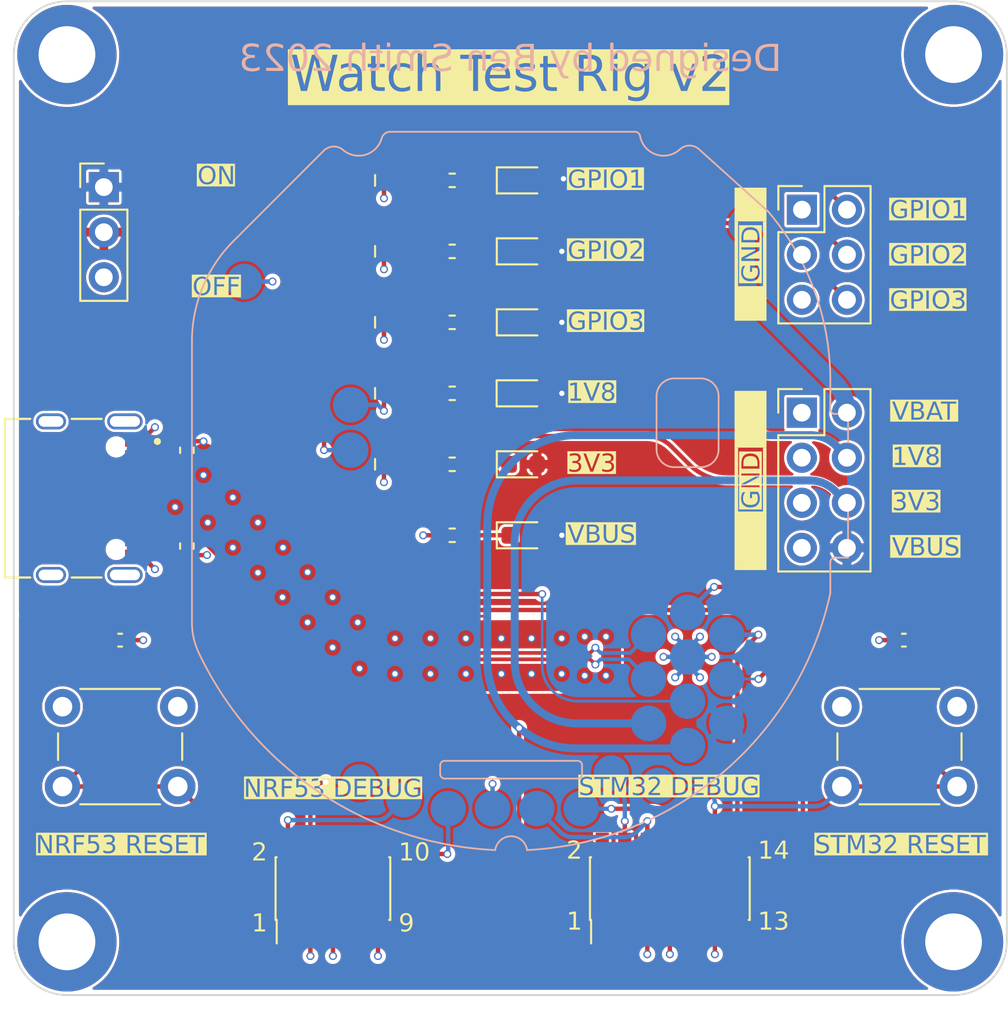
<source format=kicad_pcb>
(kicad_pcb (version 20221018) (generator pcbnew)
  (layers (0 "F.Cu" signal) (1 "In1.Cu" signal) (2 "In2.Cu" signal) (31 "B.Cu" signal) (34 "B.Paste" user) (35 "F.Paste" user) (36 "B.SilkS" user "B.Silkscreen") (37 "F.SilkS" user "F.Silkscreen") (38 "B.Mask" user) (39 "F.Mask" user) (44 "Edge.Cuts" user))
  (net 0 "")
  (net 1 "/STM32_SWDIO")
  (net 2 "/STM32_SWCLK")
  (net 3 "/STM32_SWO")
  (net 5 "/STM32_VCP_TX")
  (net 6 "+1V8")
  (net 7 "/STM32_VCP_RX")
  (net 9 "GND")
  (net 12 "/STM32_RST")
  (net 13 "/NRF_SWDIO")
  (net 14 "/NRF_SWCLK")
  (net 18 "/NRF_RST")
  (net 19 "+3V3")
  (net 20 "+VBAT")
  (net 21 "VBUS")
  (net 22 "/LED_3V3_K")
  (net 23 "/LED_1V8_K")
  (net 24 "/LED_VBUS_K")
  (net 25 "/LED_3V3_D")
  (net 26 "/LED_1V8_D")
  (net 27 "/GPIO1_K")
  (net 28 "/USB_DN")
  (net 29 "/USB_DP")
  (net 30 "/CC1")
  (net 31 "/CC2")
  (net 32 "/VIN")
  (net 33 "/GPIO1")
  (net 34 "/GPIO2")
  (net 36 "/GPIO2_D")
  (net 37 "/GPIO1_D")
  (net 44 "/GPIO3")
  (net 45 "/GPIO3_D")
  (net 46 "/GPIO2_K")
  (net 47 "/GPIO3_K")
  (footprint "Diode_SMD:D_0603_1608Metric" (layer "F.Cu") (at 155.7275 81.09)
    (fp_text reference "D104" hide)
    (fp_text value "GREEN" hide)
  )
  (footprint "Button_Switch_THT:SW_PUSH_6mm_H5mm" (layer "F.Cu") (at 180.2 111.25 180)
    (fp_text reference "SW102" hide)
    (fp_text value "PSH_BTN")
  )
  (footprint "Capacitor_SMD:C_0402_1005Metric" (layer "F.Cu") (at 177.2 103)
    (fp_text reference "C101" hide)
    (fp_text value "100n")
  )
  (footprint "Resistor_SMD:R_0402_1005Metric" (layer "F.Cu") (at 151.7275 77.09 180)
    (fp_text reference "R104" hide)
    (fp_text value "2k2" hide)
  )
  (footprint "MountingHole:MountingHole_3.2mm_M3_DIN965_Pad_TopBottom" (layer "F.Cu") (at 180 120)
    (fp_text reference "H108" hide)
    (fp_text value "M3")
  )
  (footprint "Diode_SMD:D_0603_1608Metric" (layer "F.Cu") (at 155.7275 77.09)
    (fp_text reference "D102" hide)
    (fp_text value "GREEN" hide)
  )
  (footprint "Connector_PinHeader_2.54mm:PinHeader_1x03_P2.54mm_Vertical" (layer "F.Cu") (at 132.08 77.47)
    (fp_text reference "SW101" hide)
    (fp_text value "SW_SPDT")
  )
  (footprint "watch_footprints:DMN21D2UFB7B" (layer "F.Cu") (at 148.2275 77.09 180)
    (fp_text reference "Q102" hide)
    (fp_text value "DMN21D2UFB-7B" hide)
  )
  (footprint "watch_footprints:DMN21D2UFB7B" (layer "F.Cu") (at 148.2275 81.09 180)
    (fp_text reference "Q104" hide)
    (fp_text value "DMN21D2UFB-7B" hide)
  )
  (footprint "Button_Switch_THT:SW_PUSH_6mm_H5mm" (layer "F.Cu") (at 136.25 111.25 180)
    (fp_text reference "SW103" hide)
    (fp_text value "PSH_BTN")
  )
  (footprint "MountingHole:MountingHole_3.2mm_M3_DIN965_Pad_TopBottom" (layer "F.Cu") (at 180 70)
    (fp_text reference "H106" hide)
    (fp_text value "M3")
  )
  (footprint "Diode_SMD:D_0603_1608Metric" (layer "F.Cu") (at 155.7175 89.09)
    (fp_text reference "D103" hide)
    (fp_text value "GREEN" hide)
  )
  (footprint "Capacitor_SMD:C_0402_1005Metric" (layer "F.Cu") (at 133 103 180)
    (fp_text reference "C102" hide)
    (fp_text value "100n")
  )
  (footprint "Resistor_SMD:R_0402_1005Metric" (layer "F.Cu") (at 151.7275 85.09 180)
    (fp_text reference "R108" hide)
    (fp_text value "2k2")
  )
  (footprint "Resistor_SMD:R_0402_1005Metric" (layer "F.Cu") (at 136.7625 97.7 -90)
    (fp_text reference "R102" hide)
    (fp_text value "5k1" hide)
  )
  (footprint "watch_footprints:STDC14" (layer "F.Cu") (at 164 117 90)
    (fp_text reference "J101" hide)
    (fp_text value "STDC14" hide)
  )
  (footprint "Resistor_SMD:R_0402_1005Metric" (layer "F.Cu") (at 151.7275 97.09 180)
    (fp_text reference "R107" hide)
    (fp_text value "2k2")
  )
  (footprint "Diode_SMD:D_0603_1608Metric" (layer "F.Cu") (at 155.7275 93.09)
    (fp_text reference "D101" hide)
    (fp_text value "GREEN" hide)
  )
  (footprint "Connector_PinHeader_2.54mm:PinHeader_2x03_P2.54mm_Vertical" (layer "F.Cu") (at 171.45 78.74)
    (fp_text reference "J106" hide)
    (fp_text value "Conn_02x03_Odd_Even")
  )
  (footprint "watch_footprints:MIPI10" (layer "F.Cu") (at 145 117 90)
    (fp_text reference "J102" hide)
    (fp_text value "MIPI10" hide)
  )
  (footprint "MountingHole:MountingHole_3.2mm_M3_DIN965_Pad_TopBottom" (layer "F.Cu") (at 130 120)
    (fp_text reference "H107" hide)
    (fp_text value "M3")
  )
  (footprint "Resistor_SMD:R_0402_1005Metric" (layer "F.Cu") (at 151.7275 89.09 180)
    (fp_text reference "R105" hide)
    (fp_text value "2k2" hide)
  )
  (footprint "Resistor_SMD:R_0402_1005Metric" (layer "F.Cu") (at 151.7275 81.09 180)
    (fp_text reference "R106" hide)
    (fp_text value "2k2")
  )
  (footprint "Resistor_SMD:R_0402_1005Metric" (layer "F.Cu") (at 136.7625 92.3 90)
    (fp_text reference "R101" hide)
    (fp_text value "5k1" hide)
  )
  (footprint "watch_footprints:DMN21D2UFB7B" (layer "F.Cu") (at 148.2275 89.09 180)
    (fp_text reference "Q103" hide)
    (fp_text value "DMN21D2UFB-7B" hide)
  )
  (footprint "watch_footprints:Watch Outline V2 SS Inverted" (layer "F.Cu") (at 155 95)
    (fp_text reference "U101" hide)
    (fp_text value "Watch_Outline_V2_SS_Inverted")
  )
  (footprint "Diode_SMD:D_0603_1608Metric" (layer "F.Cu") (at 155.7275 97.09)
    (fp_text reference "D105" hide)
    (fp_text value "GREEN" hide)
  )
  (footprint "Diode_SMD:D_0603_1608Metric" (layer "F.Cu") (at 155.7275 85.09)
    (fp_text reference "D106" hide)
    (fp_text value "GREEN")
  )
  (footprint "MountingHole:MountingHole_3.2mm_M3_DIN965_Pad_TopBottom" (layer "F.Cu") (at 130 70)
    (fp_text reference "H105" hide)
    (fp_text value "M3")
  )
  (footprint "watch_footprints:TYPE-C-31-M-12" (layer "F.Cu") (at 129.1 95 -90)
    (fp_text reference "J103" hide)
    (fp_text value "TYPE-C-31-M-12" hide)
  )
  (footprint "Connector_PinHeader_2.54mm:PinHeader_2x04_P2.54mm_Vertical" (layer "F.Cu") (at 171.445 90.18)
    (fp_text reference "J104" hide)
    (fp_text value "Conn_02x04_Odd_Even")
  )
  (footprint "Resistor_SMD:R_0402_1005Metric" (layer "F.Cu") (at 151.7275 93.09 180)
    (fp_text reference "R103" hide)
    (fp_text value "2k2" hide)
  )
  (footprint "watch_footprints:DMN21D2UFB7B" (layer "F.Cu") (at 148.2275 85.09 180)
    (fp_text reference "Q105" hide)
    (fp_text value "DMN21D2UFB-7B" hide)
  )
  (footprint "watch_footprints:DMN21D2UFB7B" (layer "F.Cu") (at 148.2275 93.09 180)
    (fp_text reference "Q101" hide)
    (fp_text value "DMN21D2UFB-7B" hide)
  )
  (footprint "watch_footprints:Pogo_Pin_8mm_SMD" (layer "B.Cu") (at 167.201035 107.689603 180)
    (fp_text reference "PP116" hide)
    (fp_text value "8mm")
  )
  (footprint "watch_footprints:Pogo_Pin_8mm_SMD" (layer "B.Cu") (at 149.001035 111.989603 180)
    (fp_text reference "PP107" hide)
    (fp_text value "8mm")
  )
  (footprint "watch_footprints:Pogo_Pin_8mm_SMD" (layer "B.Cu") (at 162.801035 105.189603 180)
    (fp_text reference "PP111" hide)
    (fp_text value "8mm")
  )
  (footprint "watch_footprints:Pogo_Pin_8mm_SMD" (layer "B.Cu") (at 162.801035 102.689603 180)
    (fp_text reference "PP110" hide)
    (fp_text value "8mm")
  )
  (footprint "watch_footprints:Pogo_Pin_8mm_SMD" (layer "B.Cu") (at 146.001035 89.739603 180)
    (fp_text reference "PP121" hide)
    (fp_text value "8mm")
  )
  (footprint "watch_footprints:Pogo_Pin_8mm_SMD" (layer "B.Cu") (at 162.801035 107.689603 180)
    (fp_text reference "PP112" hide)
    (fp_text value "8mm")
  )
  (footprint "watch_footprints:Pogo_Pin_8mm_SMD" (layer "B.Cu") (at 165.001035 108.939603 180)
    (fp_text reference "PP114" hide)
    (fp_text value "8mm")
  )
  (footprint "watch_footprints:Pogo_Pin_8mm_SMD" (layer "B.Cu") (at 140.001035 82.789603 180)
    (fp_text reference "PP119" hide)
    (fp_text value "8mm")
  )
  (footprint "watch_footprints:Pogo_Pin_8mm_SMD" (layer "B.Cu") (at 146.501035 110.989603 180)
    (fp_text reference "PP108" hide)
    (fp_text value "8mm")
  )
  (footprint "watch_footprints:Pogo_Pin_8mm_SMD" (layer "B.Cu") (at 165.001035 103.939603 180)
    (fp_text reference "PP120" hide)
    (fp_text value "8mm")
  )
  (footprint "watch_footprints:Pogo_Pin_8mm_SMD" (layer "B.Cu") (at 167.201035 105.189603 180)
    (fp_text reference "PP113" hide)
    (fp_text value "8mm")
  )
  (footprint "watch_footprints:Pogo_Pin_8mm_SMD" (layer "B.Cu") (at 154.001035 112.489603 180)
    (fp_text reference "PP118" hide)
    (fp_text value "8mm")
  )
  (footprint "watch_footprints:Pogo_Pin_8mm_SMD" (layer "B.Cu") (at 165.001035 101.439603 180)
    (fp_text reference "PP105" hide)
    (fp_text value "8mm")
  )
  (footprint "watch_footprints:Pogo_Pin_8mm_SMD" (layer "B.Cu") (at 160.701035 110.489603 180)
    (fp_text reference "PP101" hide)
    (fp_text value "8mm")
  )
  (footprint "watch_footprints:Pogo_Pin_8mm_SMD" (layer "B.Cu") (at 165.001035 106.439603 180)
    (fp_text reference "PP115" hide)
    (fp_text value "8mm")
  )
  (footprint "watch_footprints:Pogo_Pin_8mm_SMD" (layer "B.Cu") (at 156.501035 112.489603 180)
    (fp_text reference "PP102" hide)
    (fp_text value "8mm")
  )
  (footprint "watch_footprints:Pogo_Pin_8mm_SMD" (layer "B.Cu") (at 167.201035 102.689603 180)
    (fp_text reference "PP106" hide)
    (fp_text value "8mm")
  )
  (footprint "watch_footprints:Pogo_Pin_8mm_SMD" (layer "B.Cu") (at 146.001035 92.289603 180)
    (fp_text reference "PP122" hide)
    (fp_text value "8mm")
  )
  (footprint "watch_footprints:Pogo_Pin_8mm_SMD" (layer "B.Cu") (at 163.351035 111.189603 180)
    (fp_text reference "PP104" hide)
    (fp_text value "8mm")
  )
  (footprint "watch_footprints:Pogo_Pin_8mm_SMD" (layer "B.Cu") (at 168.301035 79.589603 180)
    (fp_text reference "PP117" hide)
    (fp_text value "8mm")
  )
  (footprint "watch_footprints:Pogo_Pin_8mm_SMD" (layer "B.Cu") (at 159.001035 112.489603 180)
    (fp_text reference "PP103" hide)
    (fp_text value "8mm")
  )
  (footprint "watch_footprints:Pogo_Pin_8mm_SMD" (layer "B.Cu") (at 151.501035 112.489603 180)
    (fp_text reference "PP109" hide)
    (fp_text value "8mm")
  )
  (gr_rect locked (start 167.65 79.4) (end 167.85 83.1) (fill solid) (layer "F.SilkS"))
  (gr_rect locked (start 167.65 77.5) (end 169.45 79.4) (fill solid) (layer "F.SilkS"))
  (gr_rect locked (start 167.65 88.95) (end 169.45 92.15) (fill solid) (layer "F.SilkS"))
  (gr_rect locked (start 169.25 79.4) (end 169.45 83.1) (fill solid) (layer "F.SilkS"))
  (gr_rect locked (start 167.65 95.75) (end 169.45 99.05) (fill solid) (layer "F.SilkS"))
  (gr_rect locked (start 169.25 92.15) (end 169.45 95.85) (fill solid) (layer "F.SilkS"))
  (gr_rect locked (start 167.65 83.05) (end 169.45 85) (fill solid) (layer "F.SilkS"))
  (gr_rect locked (start 167.65 92.15) (end 167.85 95.85) (fill solid) (layer "F.SilkS"))
  (gr_line locked (start 180 123) (end 130 123) (stroke (width 0.1)) (layer "Edge.Cuts"))
  (gr_arc locked (start 130 123) (mid 127.87868 122.12132) (end 127 120) (stroke (width 0.1)) (layer "Edge.Cuts"))
  (gr_line locked (start 130 67) (end 180 67) (stroke (width 0.1)) (layer "Edge.Cuts"))
  (gr_arc locked (start 127 70) (mid 127.87868 67.87868) (end 130 67) (stroke (width 0.1)) (layer "Edge.Cuts"))
  (gr_line locked (start 127 120) (end 127 70) (stroke (width 0.1)) (layer "Edge.Cuts"))
  (gr_arc locked (start 183 120) (mid 182.12132 122.12132) (end 180 123) (stroke (width 0.1)) (layer "Edge.Cuts"))
  (gr_line locked (start 183 70) (end 183 120) (stroke (width 0.1)) (layer "Edge.Cuts"))
  (gr_arc locked (start 180 67) (mid 182.12132 67.87868) (end 183 70) (stroke (width 0.1)) (layer "Edge.Cuts"))
  (gr_text locked "Designed by Ben Smith 2023" (at 155 70.3) (layer "B.SilkS") (effects (font (size 1.5 1.5)) (justify mirror)))
  (gr_text locked "1V8" (at 176.525 92.71) (layer "F.SilkS" knockout) (effects (font (size 1 1)) (justify left)))
  (gr_text locked "VBUS" (at 158.2275 97.09) (layer "F.SilkS" knockout) (effects (font (size 1 1)) (justify left)))
  (gr_text locked "2" (at 159.06 114.9) (layer "F.SilkS") (effects (font (size 1 1)) (justify right)))
  (gr_text locked "NRF53 DEBUG" (at 145 112) (layer "F.SilkS" knockout) (effects (font (size 1 1)) (justify bottom)))
  (gr_text locked "VBUS" (at 176.525 97.81) (layer "F.SilkS" knockout) (effects (font (size 1 1)) (justify left)))
  (gr_text locked "GPIO2" (at 158.2275 81.09) (layer "F.SilkS" knockout) (effects (font (size 1 1)) (justify left)))
  (gr_text locked "ON" (at 138.43 77.47) (layer "F.SilkS" knockout) (effects (font (size 1 1)) (justify bottom)))
  (gr_text locked "STM32 DEBUG" (at 163.96 111.9) (layer "F.SilkS" knockout) (effects (font (size 1 1)) (justify bottom)))
  (gr_text locked "OFF" (at 138.43 82.55) (layer "F.SilkS" knockout) (effects (font (size 1 1)) (justify top)))
  (gr_text locked "Watch Test Rig v2" (at 155 72.39) (layer "F.SilkS" knockout) (effects (font (size 2 2)) (justify bottom)))
  (gr_text locked "GPIO3" (at 176.4 83.9) (layer "F.SilkS" knockout) (effects (font (size 1 1)) (justify left)))
  (gr_text locked "10" (at 148.7 115) (layer "F.SilkS") (effects (font (size 1 1)) (justify left)))
  (gr_text locked "NRF53 RESET" (at 133 114) (layer "F.SilkS" knockout) (effects (font (size 1 1)) (justify top)))
  (gr_text locked "3V3" (at 176.525 95.26) (layer "F.SilkS" knockout) (effects (font (size 1 1)) (justify left)))
  (gr_text locked "STM32 RESET" (at 177 114) (layer "F.SilkS" knockout) (effects (font (size 1 1)) (justify top)))
  (gr_text locked "GPIO2" (at 176.4 81.35) (layer "F.SilkS" knockout) (effects (font (size 1 1)) (justify left)))
  (gr_text locked "13" (at 168.96 118.9) (layer "F.SilkS") (effects (font (size 1 1)) (justify left)))
  (gr_text locked "1" (at 159.06 118.9) (layer "F.SilkS") (effects (font (size 1 1)) (justify right)))
  (gr_text locked "1" (at 141.3 119) (layer "F.SilkS") (effects (font (size 1 1)) (justify right)))
  (gr_text locked "9" (at 148.7 119) (layer "F.SilkS") (effects (font (size 1 1)) (justify left)))
  (gr_text locked "GPIO1" (at 176.4 78.8) (layer "F.SilkS" knockout) (effects (font (size 1 1)) (justify left)))
  (gr_text locked "1V8" (at 158.2275 89.09) (layer "F.SilkS" knockout) (effects (font (size 1 1)) (justify left)))
  (gr_text locked "GND" (at 169.225 81.25 90) (layer "F.SilkS" knockout) (effects (font (size 1 1)) (justify bottom)))
  (gr_text locked "14" (at 168.96 114.9) (layer "F.SilkS") (effects (font (size 1 1)) (justify left)))
  (gr_text locked "3V3" (at 158.2275 93.09) (layer "F.SilkS" knockout) (effects (font (size 1 1)) (justify left)))
  (gr_text locked "VBAT" (at 176.525 90.16) (layer "F.SilkS" knockout) (effects (font (size 1 1)) (justify left)))
  (gr_text locked "GPIO1" (at 158.2275 77.09) (layer "F.SilkS" knockout) (effects (font (size 1 1)) (justify left)))
  (gr_text locked "GPIO3" (at 158.2275 85.09) (layer "F.SilkS" knockout) (effects (font (size 1 1)) (justify left)))
  (gr_text locked "GND" (at 169.225 94 90) (layer "F.SilkS" knockout) (effects (font (size 1 1)) (justify bottom)))
  (gr_text locked "2" (at 141.3 115) (layer "F.SilkS") (effects (font (size 1 1)) (justify right)))
  (segment locked (start 161.46 113.2) (end 161.46 115.05) (width 0.25) (layer "F.Cu") (net 1))
  (via locked (at 161.46 113.2) (size 0.45) (drill 0.3) (layers "F.Cu" "B.Cu") (net 1))
  (segment locked (start 161.46 113.2) (end 161.46 112.174214) (width 0.25) (layer "B.Cu") (net 1))
  (segment locked (start 161.167107 111.467107) (end 160.701035 111.001035) (width 0.25) (layer "B.Cu") (net 1))
  (segment locked (start 160.701035 111.001035) (end 160.701035 110.489603) (width 0.25) (layer "B.Cu") (net 1))
  (arc locked (start 161.167107 111.467107) (mid 161.38388 111.79153) (end 161.46 112.174214) (width 0.25) (layer "B.Cu") (net 1))
  (segment locked (start 162.73 113.2) (end 162.73 115.05) (width 0.25) (layer "F.Cu") (net 2))
  (via locked (at 162.73 113.2) (size 0.45) (drill 0.3) (layers "F.Cu" "B.Cu") (net 2))
  (segment locked (start 158.525646 114.1) (end 161.415786 114.1) (width 0.25) (layer "B.Cu") (net 2))
  (segment locked (start 156.501035 112.489603) (end 157.818539 113.807107) (width 0.25) (layer "B.Cu") (net 2))
  (segment locked (start 162.122893 113.807107) (end 162.73 113.2) (width 0.25) (layer "B.Cu") (net 2))
  (arc locked (start 161.415786 114.1) (mid 161.798469 114.02388) (end 162.122893 113.807107) (width 0.25) (layer "B.Cu") (net 2))
  (arc locked (start 158.525646 114.1) (mid 158.142963 114.02388) (end 157.818539 113.807107) (width 0.25) (layer "B.Cu") (net 2))
  (segment locked (start 164 113.5) (end 164 115.05) (width 0.25) (layer "F.Cu") (net 3))
  (segment locked (start 160.7 112.5) (end 163 112.5) (width 0.25) (layer "F.Cu") (net 3))
  (via locked (at 160.7 112.5) (size 0.45) (drill 0.3) (layers "F.Cu" "B.Cu") (net 3))
  (arc locked (start 164 113.5) (mid 163.707107 112.792893) (end 163 112.5) (width 0.25) (layer "F.Cu") (net 3))
  (segment locked (start 160.7 112.5) (end 159.011432 112.5) (width 0.25) (layer "B.Cu") (net 3))
  (segment locked (start 159.011432 112.5) (end 159.001035 112.489603) (width 0.25) (layer "B.Cu") (net 3))
  (segment locked (start 168.989603 102.689603) (end 168.102893 103.576313) (width 0.25) (layer "F.Cu") (net 5))
  (segment locked (start 167.81 104.28342) (end 167.81 115.05) (width 0.25) (layer "F.Cu") (net 5))
  (via locked (at 168.989603 102.689603) (size 0.45) (drill 0.3) (layers "F.Cu" "B.Cu") (net 5))
  (arc locked (start 167.81 104.28342) (mid 167.88612 103.900737) (end 168.102893 103.576313) (width 0.25) (layer "F.Cu") (net 5))
  (segment locked (start 168.989603 102.689603) (end 167.201035 102.689603) (width 0.25) (layer "B.Cu") (net 5))
  (segment locked (start 148.8775 87.5) (end 162.514719 87.5) (width 0.25) (layer "F.Cu") (net 6))
  (segment locked (start 161.46 118.95) (end 161.46 120.9) (width 0.25) (layer "F.Cu") (net 6))
  (segment locked (start 173.350787 92.085787) (end 173.985 92.72) (width 0.25) (layer "F.Cu") (net 6))
  (segment locked (start 160.46 121.9) (end 156.5 121.9) (width 0.25) (layer "F.Cu") (net 6))
  (segment locked (start 155.5 120.9) (end 155.5 120) (width 0.25) (layer "F.Cu") (net 6))
  (segment locked (start 166.75736 89.25736) (end 168.414214 90.914214) (width 0.25) (layer "F.Cu") (net 6))
  (segment locked (start 154.5 121.9) (end 143.46 121.9) (width 0.25) (layer "F.Cu") (net 6))
  (segment locked (start 147.8775 88.865) (end 147.8775 88.5) (width 0.25) (layer "F.Cu") (net 6))
  (segment locked (start 169.828427 91.5) (end 171.936573 91.5) (width 0.25) (layer "F.Cu") (net 6))
  (segment locked (start 142.46 120.9) (end 142.46 118.95) (width 0.25) (layer "F.Cu") (net 6))
  (segment locked (start 155.5 107.95) (end 155.5 120.9) (width 0.25) (layer "F.Cu") (net 6))
  (via locked (at 155.5 107.95) (size 0.45) (drill 0.3) (layers "F.Cu" "B.Cu") (net 6))
  (arc locked (start 155.5 120.9) (mid 155.207107 121.607107) (end 154.5 121.9) (width 0.25) (layer "F.Cu") (net 6))
  (arc locked (start 143.46 121.9) (mid 142.752893 121.607107) (end 142.46 120.9) (width 0.25) (layer "F.Cu") (net 6))
  (arc locked (start 171.936573 91.5) (mid 172.70194 91.652241) (end 173.350787 92.085787) (width 0.25) (layer "F.Cu") (net 6))
  (arc locked (start 147.8775 88.5) (mid 148.170393 87.792893) (end 148.8775 87.5) (width 0.25) (layer "F.Cu") (net 6))
  (arc locked (start 169.828427 91.5) (mid 169.06306 91.347759) (end 168.414214 90.914214) (width 0.25) (layer "F.Cu") (net 6))
  (arc locked (start 156.5 121.9) (mid 155.792893 121.607107) (end 155.5 120.9) (width 0.25) (layer "F.Cu") (net 6))
  (arc locked (start 162.514719 87.5) (mid 164.81082 87.956723) (end 166.75736 89.25736) (width 0.25) (layer "F.Cu") (net 6))
  (arc locked (start 161.46 120.9) (mid 161.167107 121.607107) (end 160.46 121.9) (width 0.25) (layer "F.Cu") (net 6))
  (segment locked (start 153.7 96.463427) (end 153.713427 96.45) (width 0.45) (layer "B.Cu") (net 6))
  (segment locked (start 153.7 104.1) (end 153.7 96.463427) (width 0.45) (layer "B.Cu") (net 6))
  (segment locked (start 173.364214 92.035787) (end 173.998427 92.67) (width 0.45) (layer "B.Cu") (net 6))
  (segment locked (start 165.001035 108.939603) (end 164.840638 109.1) (width 0.45) (layer "B.Cu") (net 6))
  (segment locked (start 164.840638 109.1) (end 158.7 109.1) (width 0.45) (layer "B.Cu") (net 6))
  (segment locked (start 158.713427 91.45) (end 171.95 91.45) (width 0.45) (layer "B.Cu") (net 6))
  (arc locked (start 158.713427 91.45) (mid 155.177893 92.914466) (end 153.713427 96.45) (width 0.45) (layer "B.Cu") (net 6))
  (arc locked (start 158.7 109.1) (mid 155.164466 107.635534) (end 153.7 104.1) (width 0.45) (layer "B.Cu") (net 6))
  (arc locked (start 171.95 91.45) (mid 172.715367 91.602241) (end 173.364214 92.035787) (width 0.45) (layer "B.Cu") (net 6))
  (segment locked (start 171.5 102.096708) (end 171.5 116.45) (width 0.25) (layer "F.Cu") (net 7))
  (segment locked (start 166.5 100) (end 169.403292 100) (width 0.25) (layer "F.Cu") (net 7))
  (segment locked (start 169 118.95) (end 167.81 118.95) (width 0.25) (layer "F.Cu") (net 7))
  (via locked (at 166.5 100) (size 0.45) (drill 0.3) (layers "F.Cu" "B.Cu") (net 7))
  (arc locked (start 171.5 102.096708) (mid 170.885888 100.614112) (end 169.403292 100) (width 0.25) (layer "F.Cu") (net 7))
  (arc locked (start 171.5 116.45) (mid 170.767767 118.217767) (end 169 118.95) (width 0.25) (layer "F.Cu") (net 7))
  (segment locked (start 166.440638 100) (end 165.001035 101.439603) (width 0.25) (layer "B.Cu") (net 7))
  (segment locked (start 166.5 100) (end 166.440638 100) (width 0.25) (layer "B.Cu") (net 7))
  (segment locked (start 166.54 120.7) (end 166.54 118.95) (width 0.25) (layer "F.Cu") (net 9))
  (segment locked (start 147.8775 90.0775) (end 147.8775 89.315) (width 0.25) (layer "F.Cu") (net 9))
  (segment locked (start 143.73 118.95) (end 145 118.95) (width 0.25) (layer "F.Cu") (net 9))
  (segment locked (start 137.89 98.21) (end 137.9 98.2) (width 0.25) (layer "F.Cu") (net 9))
  (segment locked (start 147.8775 86.0775) (end 147.8775 85.315) (width 0.25) (layer "F.Cu") (net 9))
  (segment locked (start 164 118.95) (end 164 120.7) (width 0.25) (layer "F.Cu") (net 9))
  (segment locked (start 136.7625 91.79) (end 137.69 91.79) (width 0.25) (layer "F.Cu") (net 9))
  (segment locked (start 147.54 120.8) (end 147.54 118.95) (width 0.25) (layer "F.Cu") (net 9))
  (segment locked (start 147.8775 82.1) (end 147.8775 81.315) (width 0.25) (layer "F.Cu") (net 9))
  (segment locked (start 136.7625 98.21) (end 137.89 98.21) (width 0.25) (layer "F.Cu") (net 9))
  (segment locked (start 176.72 103) (end 175.8 103) (width 0.25) (layer "F.Cu") (net 9))
  (segment locked (start 147.8775 78.1) (end 147.8775 77.315) (width 0.25) (layer "F.Cu") (net 9))
  (segment locked (start 162.73 120.7) (end 162.73 118.95) (width 0.25) (layer "F.Cu") (net 9))
  (segment locked (start 145 120.8) (end 145 118.95) (width 0.25) (layer "F.Cu") (net 9))
  (segment locked (start 134.9625 99) (end 134.1625 98.2) (width 0.25) (layer "F.Cu") (net 9))
  (segment locked (start 147.8775 94.1) (end 147.8775 93.315) (width 0.25) (layer "F.Cu") (net 9))
  (segment locked (start 150.09 97.09) (end 151.2175 97.09) (width 0.25) (layer "F.Cu") (net 9))
  (segment locked (start 134.1625 98.2) (end 133.85 98.2) (width 0.25) (layer "F.Cu") (net 9))
  (segment locked (start 133.48 103) (end 134.3 103) (width 0.25) (layer "F.Cu") (net 9))
  (segment locked (start 137.69 91.79) (end 137.7 91.8) (width 0.25) (layer "F.Cu") (net 9))
  (segment locked (start 143.73 120.8) (end 143.73 118.95) (width 0.25) (layer "F.Cu") (net 9))
  (segment locked (start 164 118.95) (end 162.73 118.95) (width 0.25) (layer "F.Cu") (net 9))
  (segment locked (start 134.1625 91.8) (end 133.85 91.8) (width 0.25) (layer "F.Cu") (net 9))
  (segment locked (start 134.9625 91) (end 134.1625 91.8) (width 0.25) (layer "F.Cu") (net 9))
  (via locked (at 136.1 95.5) (size 0.45) (drill 0.3) (layers "F.Cu" "B.Cu") (net 9))
  (via locked (at 152.5 104.9) (size 0.45) (drill 0.3) (layers "F.Cu" "B.Cu") (net 9))
  (via locked (at 147.8775 86.0775) (size 0.45) (drill 0.3) (layers "F.Cu" "B.Cu") (net 9))
  (via locked (at 144.985787 103.414213) (size 0.45) (drill 0.3) (layers "F.Cu" "B.Cu") (net 9))
  (via locked (at 159.2 102.8) (size 0.45) (drill 0.3) (layers "F.Cu" "B.Cu") (net 9))
  (via locked (at 147.54 120.8) (size 0.45) (drill 0.3) (layers "F.Cu" "B.Cu") (net 9))
  (via locked (at 139.35736 94.957359) (size 0.45) (drill 0.3) (layers "F.Cu" "B.Cu") (net 9))
  (via locked (at 142.15736 100.585786) (size 0.45) (drill 0.3) (layers "F.Cu" "B.Cu") (net 9))
  (via locked (at 139.35736 97.785786) (size 0.45) (drill 0.3) (layers "F.Cu" "B.Cu") (net 9))
  (via locked (at 147.8775 94.1) (size 0.45) (drill 0.3) (layers "F.Cu" "B.Cu") (net 9))
  (via locked (at 137.9 98.2) (size 0.45) (drill 0.3) (layers "F.Cu" "B.Cu") (net 9))
  (via locked (at 148.5 104.9) (size 0.45) (drill 0.3) (layers "F.Cu" "B.Cu") (net 9))
  (via locked (at 140.771574 99.199999) (size 0.45) (drill 0.3) (layers "F.Cu" "B.Cu") (net 9))
  (via locked (at 143.571573 99.171573) (size 0.45) (drill 0.3) (layers "F.Cu" "B.Cu") (net 9))
  (via locked (at 165.7 102.8) (size 0.45) (drill 0.3) (layers "F.Cu" "B.Cu") (net 9))
  (via locked (at 156.2 102.9) (size 0.45) (drill 0.3) (layers "F.Cu" "B.Cu") (net 9))
  (via locked (at 137.7 93.7) (size 0.45) (drill 0.3) (layers "F.Cu" "B.Cu") (net 9))
  (via locked (at 142.185787 97.785786) (size 0.45) (drill 0.3) (layers "F.Cu" "B.Cu") (net 9))
  (via locked (at 144.985787 100.585786) (size 0.45) (drill 0.3) (layers "F.Cu" "B.Cu") (net 9))
  (via locked (at 160.4 102.8) (size 0.45) (drill 0.3) (layers "F.Cu" "B.Cu") (net 9))
  (via locked (at 156.2 104.9) (size 0.45) (drill 0.3) (layers "F.Cu" "B.Cu") (net 9))
  (via locked (at 157.9 104.9) (size 0.45) (drill 0.3) (layers "F.Cu" "B.Cu") (net 9))
  (via locked (at 146.4 102) (size 0.45) (drill 0.3) (layers "F.Cu" "B.Cu") (net 9))
  (via locked (at 147.8775 90.0775) (size 0.45) (drill 0.3) (layers "F.Cu" "B.Cu") (net 9))
  (via locked (at 134.9625 91) (size 0.45) (drill 0.3) (layers "F.Cu" "B.Cu") (net 9))
  (via locked (at 146.5 104.6) (size 0.45) (drill 0.3) (layers "F.Cu" "B.Cu") (net 9))
  (via locked (at 140.771574 96.371572) (size 0.45) (drill 0.3) (layers "F.Cu" "B.Cu") (net 9))
  (via locked (at 154.001035 111.1) (size 0.45) (drill 0.3) (layers "F.Cu" "B.Cu") (net 9))
  (via locked (at 164.3 102.8) (size 0.45) (drill 0.3) (layers "F.Cu" "B.Cu") (net 9))
  (via locked (at 163.639603 103.939603) (size 0.45) (drill 0.3) (layers "F.Cu" "B.Cu") (net 9))
  (via locked (at 147.8775 78.1) (size 0.45) (drill 0.3) (layers "F.Cu" "B.Cu") (net 9))
  (via locked (at 134.3 103) (size 0.45) (drill 0.3) (layers "F.Cu" "B.Cu") (net 9))
  (via locked (at 160.4 105) (size 0.45) (drill 0.3) (layers "F.Cu" "B.Cu") (net 9))
  (via locked (at 141.589603 82.789603) (size 0.45) (drill 0.3) (layers "F.Cu" "B.Cu") (net 9))
  (via locked (at 148.5 102.9) (size 0.45) (drill 0.3) (layers "F.Cu" "B.Cu") (net 9))
  (via locked (at 145 120.8) (size 0.45) (drill 0.3) (layers "F.Cu" "B.Cu") (net 9))
  (via locked (at 152.5 102.9) (size 0.45) (drill 0.3) (layers "F.Cu" "B.Cu") (net 9))
  (via locked (at 143.73 120.8) (size 0.45) (drill 0.3) (layers "F.Cu" "B.Cu") (net 9))
  (via locked (at 154.5 104.9) (size 0.45) (drill 0.3) (layers "F.Cu" "B.Cu") (net 9))
  (via locked (at 159.2 105) (size 0.45) (drill 0.3) (layers "F.Cu" "B.Cu") (net 9))
  (via locked (at 147.8775 82.1) (size 0.45) (drill 0.3) (layers "F.Cu" "B.Cu") (net 9))
  (via locked (at 134.9625 99) (size 0.45) (drill 0.3) (layers "F.Cu" "B.Cu") (net 9))
  (via locked (at 162.73 120.7) (size 0.45) (drill 0.3) (layers "F.Cu" "B.Cu") (net 9))
  (via locked (at 137.7 91.8) (size 0.45) (drill 0.3) (layers "F.Cu" "B.Cu") (net 9))
  (via locked (at 137.943147 96.371572) (size 0.45) (drill 0.3) (layers "F.Cu" "B.Cu") (net 9))
  (via locked (at 150.5 104.9) (size 0.45) (drill 0.3) (layers "F.Cu" "B.Cu") (net 9))
  (via locked (at 166.360397 103.939603) (size 0.45) (drill 0.3) (layers "F.Cu" "B.Cu") (net 9))
  (via locked (at 165.7 105.1) (size 0.45) (drill 0.3) (layers "F.Cu" "B.Cu") (net 9))
  (via locked (at 150.09 97.09) (size 0.45) (drill 0.3) (layers "F.Cu" "B.Cu") (net 9))
  (via locked (at 164 120.7) (size 0.45) (drill 0.3) (layers "F.Cu" "B.Cu") (net 9))
  (via locked (at 166.54 120.7) (size 0.45) (drill 0.3) (layers "F.Cu" "B.Cu") (net 9))
  (via locked (at 157.9 102.9) (size 0.45) (drill 0.3) (layers "F.Cu" "B.Cu") (net 9))
  (via locked (at 154.5 102.9) (size 0.45) (drill 0.3) (layers "F.Cu" "B.Cu") (net 9))
  (via locked (at 164.3 105.1) (size 0.45) (drill 0.3) (layers "F.Cu" "B.Cu") (net 9))
  (via locked (at 175.8 103) (size 0.45) (drill 0.3) (layers "F.Cu" "B.Cu") (net 9))
  (via locked (at 150.5 102.9) (size 0.45) (drill 0.3) (layers "F.Cu" "B.Cu") (net 9))
  (via locked (at 143.571573 102) (size 0.45) (drill 0.3) (layers "F.Cu" "B.Cu") (net 9))
  (segment locked (start 165.7 105.1) (end 165.001035 104.401035) (width 0.25) (layer "B.Cu") (net 9))
  (segment locked (start 165.7 102.8) (end 165.001035 103.498965) (width 0.25) (layer "B.Cu") (net 9))
  (segment locked (start 164.3 105.1) (end 165.001035 104.398965) (width 0.25) (layer "B.Cu") (net 9))
  (segment locked (start 166.360397 103.939603) (end 165.001035 103.939603) (width 0.25) (layer "B.Cu") (net 9))
  (segment locked (start 165.001035 104.401035) (end 165.001035 103.939603) (width 0.25) (layer "B.Cu") (net 9))
  (segment locked (start 165.001035 104.398965) (end 165.001035 103.939603) (width 0.25) (layer "B.Cu") (net 9))
  (segment locked (start 154.001035 111.1) (end 154.001035 112.489603) (width 0.25) (layer "B.Cu") (net 9))
  (segment locked (start 165.001035 103.498965) (end 165.001035 103.939603) (width 0.25) (layer "B.Cu") (net 9))
  (segment locked (start 141.589603 82.789603) (end 140.001035 82.789603) (width 0.25) (layer "B.Cu") (net 9))
  (segment locked (start 164.3 102.8) (end 165.001035 103.501035) (width 0.25) (layer "B.Cu") (net 9))
  (segment locked (start 165.001035 103.501035) (end 165.001035 103.939603) (width 0.25) (layer "B.Cu") (net 9))
  (segment locked (start 146.001035 89.739603) (end 147.539603 89.739603) (width 0.25) (layer "B.Cu") (net 9))
  (segment locked (start 147.539603 89.739603) (end 147.8775 90.0775) (width 0.25) (layer "B.Cu") (net 9))
  (segment locked (start 163.639603 103.939603) (end 165.001035 103.939603) (width 0.25) (layer "B.Cu") (net 9))
  (segment locked (start 166.54 112.36) (end 166.54 115.05) (width 0.25) (layer "F.Cu") (net 12))
  (segment locked (start 177.972893 109.022893) (end 180.2 111.25) (width 0.25) (layer "F.Cu") (net 12))
  (segment locked (start 180.2 111.25) (end 173.7 111.25) (width 0.25) (layer "F.Cu") (net 12))
  (segment locked (start 177.68 103) (end 177.68 108.315786) (width 0.25) (layer "F.Cu") (net 12))
  (via locked (at 166.54 112.36) (size 0.45) (drill 0.3) (layers "F.Cu" "B.Cu") (net 12))
  (arc locked (start 177.68 108.315786) (mid 177.75612 108.698469) (end 177.972893 109.022893) (width 0.25) (layer "F.Cu") (net 12))
  (segment locked (start 173.7 111.25) (end 172.882893 112.067107) (width 0.25) (layer "B.Cu") (net 12))
  (segment locked (start 166.54 112.36) (end 166.54 112.189603) (width 0.25) (layer "B.Cu") (net 12))
  (segment locked (start 172.175786 112.36) (end 166.54 112.36) (width 0.25) (layer "B.Cu") (net 12))
  (segment locked (start 165.54 111.189603) (end 163.351035 111.189603) (width 0.25) (layer "B.Cu") (net 12))
  (arc locked (start 172.882893 112.067107) (mid 172.55847 112.28388) (end 172.175786 112.36) (width 0.25) (layer "B.Cu") (net 12))
  (arc locked (start 166.54 112.189603) (mid 166.247107 111.482496) (end 165.54 111.189603) (width 0.25) (layer "B.Cu") (net 12))
  (segment locked (start 142.46 113.14) (end 142.46 115.05) (width 0.25) (layer "F.Cu") (net 13))
  (via locked (at 142.46 113.14) (size 0.45) (drill 0.3) (layers "F.Cu" "B.Cu") (net 13))
  (segment locked (start 142.46 113.14) (end 147.436424 113.14) (width 0.25) (layer "B.Cu") (net 13))
  (segment locked (start 148.143531 112.847107) (end 149.001035 111.989603) (width 0.25) (layer "B.Cu") (net 13))
  (arc locked (start 147.436424 113.14) (mid 147.819107 113.06388) (end 148.143531 112.847107) (width 0.25) (layer "B.Cu") (net 13))
  (segment locked (start 143.73 115.05) (end 143.73 111.869991) (width 0.25) (layer "F.Cu") (net 14))
  (via locked (at 144.6 111) (size 0.45) (drill 0.3) (layers "F.Cu" "B.Cu") (net 14))
  (arc locked (start 143.73 111.869991) (mid 143.984814 111.254814) (end 144.6 111) (width 0.25) (layer "F.Cu") (net 14))
  (segment locked (start 144.6 111) (end 146.490638 111) (width 0.25) (layer "B.Cu") (net 14))
  (segment locked (start 146.490638 111) (end 146.501035 110.989603) (width 0.25) (layer "B.Cu") (net 14))
  (segment locked (start 132.52 103) (end 132.52 108.065786) (width 0.25) (layer "F.Cu") (net 18))
  (segment locked (start 151.451035 115.05) (end 147.54 115.05) (width 0.25) (layer "F.Cu") (net 18))
  (segment locked (start 146.54 117) (end 142.414214 117) (width 0.25) (layer "F.Cu") (net 18))
  (segment locked (start 136.25 111.25) (end 129.75 111.25) (width 0.25) (layer "F.Cu") (net 18))
  (segment locked (start 141.707107 116.707107) (end 136.25 111.25) (width 0.25) (layer "F.Cu") (net 18))
  (segment locked (start 132.227107 108.772893) (end 129.75 111.25) (width 0.25) (layer "F.Cu") (net 18))
  (segment locked (start 147.54 115.05) (end 147.54 116) (width 0.25) (layer "F.Cu") (net 18))
  (via locked (at 151.451035 115.05) (size 0.45) (drill 0.3) (layers "F.Cu" "B.Cu") (net 18))
  (arc locked (start 147.54 116) (mid 147.247107 116.707107) (end 146.54 117) (width 0.25) (layer "F.Cu") (net 18))
  (arc locked (start 142.414214 117) (mid 142.031531 116.92388) (end 141.707107 116.707107) (width 0.25) (layer "F.Cu") (net 18))
  (arc locked (start 132.227107 108.772893) (mid 132.44388 108.44847) (end 132.52 108.065786) (width 0.25) (layer "F.Cu") (net 18))
  (segment locked (start 151.451035 115.05) (end 151.501035 115) (width 0.25) (layer "B.Cu") (net 18))
  (segment locked (start 151.501035 115) (end 151.501035 112.489603) (width 0.25) (layer "B.Cu") (net 18))
  (segment locked (start 147.8775 92.865) (end 147.8775 92.5) (width 0.25) (layer "F.Cu") (net 19))
  (segment locked (start 148.8775 91.5) (end 162.671573 91.5) (width 0.25) (layer "F.Cu") (net 19))
  (segment locked (start 173.310787 94.585787) (end 173.985 95.26) (width 0.25) (layer "F.Cu") (net 19))
  (segment locked (start 164.085787 92.085787) (end 165.086452 93.086452) (width 0.25) (layer "F.Cu") (net 19))
  (segment locked (start 167.291953 94) (end 171.896573 94) (width 0.25) (layer "F.Cu") (net 19))
  (arc locked (start 147.8775 92.5) (mid 148.170393 91.792893) (end 148.8775 91.5) (width 0.25) (layer "F.Cu") (net 19))
  (arc locked (start 171.896573 94) (mid 172.66194 94.152241) (end 173.310787 94.585787) (width 0.25) (layer "F.Cu") (net 19))
  (arc locked (start 167.291953 94) (mid 166.098345 93.762577) (end 165.086452 93.086452) (width 0.25) (layer "F.Cu") (net 19))
  (arc locked (start 162.671573 91.5) (mid 163.43694 91.652241) (end 164.085787 92.085787) (width 0.25) (layer "F.Cu") (net 19))
  (segment locked (start 173.310787 94.585787) (end 173.985 95.26) (width 0.45) (layer "B.Cu") (net 19))
  (segment locked (start 158.75 94) (end 171.896573 94) (width 0.45) (layer "B.Cu") (net 19))
  (segment locked (start 162.801035 107.689603) (end 158.75 107.689603) (width 0.45) (layer "B.Cu") (net 19))
  (segment locked (start 155.25 104.189603) (end 155.25 97.5) (width 0.45) (layer "B.Cu") (net 19))
  (arc locked (start 155.25 104.189603) (mid 156.275126 106.664477) (end 158.75 107.689603) (width 0.45) (layer "B.Cu") (net 19))
  (arc locked (start 173.310787 94.585787) (mid 172.66194 94.152241) (end 171.896573 94) (width 0.45) (layer "B.Cu") (net 19))
  (arc locked (start 155.25 97.5) (mid 156.275126 95.025126) (end 158.75 94) (width 0.45) (layer "B.Cu") (net 19))
  (segment locked (start 168.301035 79.589603) (end 168.301035 82.258394) (width 1) (layer "B.Cu") (net 20))
  (segment locked (start 169.179715 84.379715) (end 173.281487 88.481487) (width 1) (layer "B.Cu") (net 20))
  (arc locked (start 168.301035 82.258394) (mid 168.529397 83.406445) (end 169.179715 84.379715) (width 1) (layer "B.Cu") (net 20))
  (arc locked (start 173.281487 88.481487) (mid 173.802164 89.260735) (end 173.985 90.18) (width 1) (layer "B.Cu") (net 20))
  (segment locked (start 157.91 89.09) (end 156.505 89.09) (width 0.25) (layer "F.Cu") (net 21))
  (segment locked (start 157.91 81.09) (end 156.515 81.09) (width 0.25) (layer "F.Cu") (net 21))
  (segment locked (start 156.515 77.09) (end 157.91 77.09) (width 0.25) (layer "F.Cu") (net 21))
  (segment locked (start 157.91 85.09) (end 156.515 85.09) (width 0.25) (layer "F.Cu") (net 21))
  (segment locked (start 157.91 77.09) (end 158 77) (width 0.25) (layer "F.Cu") (net 21))
  (segment locked (start 157.91 97.09) (end 156.515 97.09) (width 0.25) (layer "F.Cu") (net 21))
  (via locked (at 157.91 89.09) (size 0.45) (drill 0.3) (layers "F.Cu" "B.Cu") (net 21))
  (via locked (at 157.91 81.09) (size 0.45) (drill 0.3) (layers "F.Cu" "B.Cu") (net 21))
  (via locked (at 157.91 97.09) (size 0.45) (drill 0.3) (layers "F.Cu" "B.Cu") (net 21))
  (via locked (at 158 77) (size 0.45) (drill 0.3) (layers "F.Cu" "B.Cu") (net 21))
  (via locked (at 157.91 85.09) (size 0.45) (drill 0.3) (layers "F.Cu" "B.Cu") (net 21))
  (segment locked (start 152.2375 93.09) (end 154.94 93.09) (width 0.25) (layer "F.Cu") (net 22))
  (segment locked (start 154.93 89.09) (end 152.2375 89.09) (width 0.25) (layer "F.Cu") (net 23))
  (segment locked (start 154.94 97.09) (end 152.2375 97.09) (width 0.25) (layer "F.Cu") (net 24))
  (segment locked (start 148.5775 93.09) (end 151.2175 93.09) (width 0.25) (layer "F.Cu") (net 25))
  (segment locked (start 151.2175 89.09) (end 148.5775 89.09) (width 0.25) (layer "F.Cu") (net 26))
  (segment locked (start 152.2375 77.09) (end 154.94 77.09) (width 0.25) (layer "F.Cu") (net 27))
  (segment locked (start 134.705001 94.75) (end 134.775201 94.6798) (width 0.2096) (layer "F.Cu") (net 28))
  (segment locked (start 133.85 95.75) (end 134.6296 95.75) (width 0.2096) (layer "F.Cu") (net 28))
  (segment locked (start 134.6296 94.75) (end 133.85 94.75) (width 0.2096) (layer "F.Cu") (net 28))
  (segment locked (start 138.88999 96.144266) (end 145.258546 102.512822) (width 0.2096) (layer "F.Cu") (net 28))
  (segment locked (start 133.85 94.75) (end 134.705001 94.75) (width 0.2096) (layer "F.Cu") (net 28))
  (segment locked (start 134.6748 95.7048) (end 134.6748 94.7952) (width 0.2096) (layer "F.Cu") (net 28))
  (segment locked (start 159.5048 104.0798) (end 159.8 104.375) (width 0.2096) (layer "F.Cu") (net 28))
  (segment locked (start 134.6296 95.75) (end 134.6748 95.7048) (width 0.2096) (layer "F.Cu") (net 28))
  (segment locked (start 134.775201 94.6798) (end 135.354456 94.6798) (width 0.2096) (layer "F.Cu") (net 28))
  (segment locked (start 134.6748 94.7952) (end 134.6296 94.75) (width 0.2096) (layer "F.Cu") (net 28))
  (segment locked (start 149.041567 104.0798) (end 159.5048 104.0798) (width 0.2096) (layer "F.Cu") (net 28))
  (via locked (at 159.8 104.375) (size 0.45) (drill 0.3) (layers "F.Cu" "B.Cu") (net 28))
  (arc locked (start 138.88999 96.144266) (mid 137.267873 95.060402) (end 135.354456 94.6798) (width 0.2096) (layer "F.Cu") (net 28))
  (arc locked (start 149.041567 104.0798) (mid 146.994211 103.672556) (end 145.258546 102.512822) (width 0.2096) (layer "F.Cu") (net 28))
  (segment locked (start 160.0952 104.0798) (end 159.8 104.375) (width 0.2096) (layer "B.Cu") (net 28))
  (segment locked (start 161.691232 104.0798) (end 160.0952 104.0798) (width 0.2096) (layer "B.Cu") (net 28))
  (segment locked (start 162.801035 105.189603) (end 161.691232 104.0798) (width 0.2096) (layer "B.Cu") (net 28))
  (segment locked (start 133.0252 94.3452) (end 133.1204 94.25) (width 0.2096) (layer "F.Cu") (net 29))
  (segment locked (start 133.0252 95.2048) (end 133.0252 94.3452) (width 0.2096) (layer "F.Cu") (net 29))
  (segment locked (start 133.85 94.25) (end 134.705001 94.25) (width 0.2096) (layer "F.Cu") (net 29))
  (segment locked (start 133.0704 95.25) (end 133.0252 95.2048) (width 0.2096) (layer "F.Cu") (net 29))
  (segment locked (start 133.85 95.25) (end 133.0704 95.25) (width 0.2096) (layer "F.Cu") (net 29))
  (segment locked (start 134.705001 94.25) (end 134.775201 94.3202) (width 0.2096) (layer "F.Cu") (net 29))
  (segment locked (start 159.5048 103.7202) (end 159.8 103.425) (width 0.2096) (layer "F.Cu") (net 29))
  (segment locked (start 149.045544 103.7202) (end 159.5048 103.7202) (width 0.2096) (layer "F.Cu") (net 29))
  (segment locked (start 133.1204 94.25) (end 133.85 94.25) (width 0.2096) (layer "F.Cu") (net 29))
  (segment locked (start 134.775201 94.3202) (end 135.358433 94.3202) (width 0.2096) (layer "F.Cu") (net 29))
  (segment locked (start 139.141455 95.887179) (end 145.51001 102.255734) (width 0.2096) (layer "F.Cu") (net 29))
  (via locked (at 159.8 103.425) (size 0.45) (drill 0.3) (layers "F.Cu" "B.Cu") (net 29))
  (arc locked (start 139.141455 95.887179) (mid 137.40579 94.727444) (end 135.358433 94.3202) (width 0.2096) (layer "F.Cu") (net 29))
  (arc locked (start 145.51001 102.255734) (mid 147.132127 103.339598) (end 149.045544 103.7202) (width 0.2096) (layer "F.Cu") (net 29))
  (segment locked (start 161.770438 103.7202) (end 160.0952 103.7202) (width 0.2096) (layer "B.Cu") (net 29))
  (segment locked (start 162.801035 102.689603) (end 161.770438 103.7202) (width 0.2096) (layer "B.Cu") (net 29))
  (segment locked (start 160.0952 103.7202) (end 159.8 103.425) (width 0.2096) (layer "B.Cu") (net 29))
  (segment locked (start 135.408286 93.75) (end 133.85 93.75) (width 0.25) (layer "F.Cu") (net 30))
  (segment locked (start 136.7625 92.81) (end 136.115393 93.457107) (width 0.25) (layer "F.Cu") (net 30))
  (arc locked (start 135.408286 93.75) (mid 135.790969 93.67388) (end 136.115393 93.457107) (width 0.25) (layer "F.Cu") (net 30))
  (segment locked (start 136.468947 96.896447) (end 136.7625 97.19) (width 0.25) (layer "F.Cu") (net 31))
  (segment locked (start 133.85 96.75) (end 136.115393 96.75) (width 0.25) (layer "F.Cu") (net 31))
  (arc locked (start 136.468947 96.896447) (mid 136.306735 96.78806) (end 136.115393 96.75) (width 0.25) (layer "F.Cu") (net 31))
  (segment locked (start 169 105.189603) (end 170.007107 104.182496) (width 0.25) (layer "F.Cu") (net 33))
  (segment locked (start 146.5 76.865) (end 147.8775 76.865) (width 0.25) (layer "F.Cu") (net 33))
  (segment locked (start 147.8775 76.865) (end 147.8775 76.5) (width 0.25) (layer "F.Cu") (net 33))
  (segment locked (start 148.8775 75.5) (end 169.507359 75.5) (width 0.25) (layer "F.Cu") (net 33))
  (segment locked (start 171.62868 76.37868) (end 173.99 78.74) (width 0.25) (layer "F.Cu") (net 33))
  (segment locked (start 148.828427 100.128427) (end 143.378679 94.678679) (width 0.25) (layer "F.Cu") (net 33))
  (segment locked (start 142.5 92.557359) (end 142.5 80.865) (width 0.25) (layer "F.Cu") (net 33))
  (segment locked (start 170.3 103.475389) (end 170.3 102.3) (width 0.25) (layer "F.Cu") (net 33))
  (segment locked (start 169.3 101.3) (end 151.656854 101.3) (width 0.25) (layer "F.Cu") (net 33))
  (via locked (at 169 105.189603) (size 0.45) (drill 0.3) (layers "F.Cu" "B.Cu") (net 33))
  (arc locked (start 170.007107 104.182496) (mid 170.22388 103.858073) (end 170.3 103.475389) (width 0.25) (layer "F.Cu") (net 33))
  (arc locked (start 146.5 76.865) (mid 143.671573 78.036573) (end 142.5 80.865) (width 0.25) (layer "F.Cu") (net 33))
  (arc locked (start 143.378679 94.678679) (mid 142.728361 93.705409) (end 142.5 92.557359) (width 0.25) (layer "F.Cu") (net 33))
  (arc locked (start 148.8775 75.5) (mid 148.170393 75.792893) (end 147.8775 76.5) (width 0.25) (layer "F.Cu") (net 33))
  (arc locked (start 170.3 102.3) (mid 170.007107 101.592893) (end 169.3 101.3) (width 0.25) (layer "F.Cu") (net 33))
  (arc locked (start 169.507359 75.5) (mid 170.65541 75.728362) (end 171.62868 76.37868) (width 0.25) (layer "F.Cu") (net 33))
  (arc locked (start 148.828427 100.128427) (mid 150.12612 100.995518) (end 151.656854 101.3) (width 0.25) (layer "F.Cu") (net 33))
  (segment locked (start 169 105.189603) (end 167.201035 105.189603) (width 0.15) (layer "B.Cu") (net 33))
  (segment locked (start 146.5 80.865) (end 147.8775 80.865) (width 0.25) (layer "F.Cu") (net 34))
  (segment locked (start 143.5 92.671573) (end 143.5 83.865) (width 0.25) (layer "F.Cu") (net 34))
  (segment locked (start 156.8 100.4) (end 151.642641 100.4) (width 0.25) (layer "F.Cu") (net 34))
  (segment locked (start 170.207107 80) (end 172.502893 80) (width 0.25) (layer "F.Cu") (net 34))
  (segment locked (start 148.8775 79.5) (end 169.292893 79.5) (width 0.25) (layer "F.Cu") (net 34))
  (segment locked (start 147.8775 80.865) (end 147.8775 80.5) (width 0.25) (layer "F.Cu") (net 34))
  (segment locked (start 169.646447 79.646447) (end 169.853554 79.853554) (width 0.25) (layer "F.Cu") (net 34))
  (segment locked (start 149.52132 99.52132) (end 144.085786 94.085786) (width 0.25) (layer "F.Cu") (net 34))
  (segment locked (start 172.856447 80.146447) (end 173.99 81.28) (width 0.25) (layer "F.Cu") (net 34))
  (via locked (at 156.8 100.4) (size 0.45) (drill 0.3) (layers "F.Cu" "B.Cu") (net 34))
  (arc locked (start 146.5 80.865) (mid 144.37868 81.74368) (end 143.5 83.865) (width 0.25) (layer "F.Cu") (net 34))
  (arc locked (start 148.8775 79.5) (mid 148.170393 79.792893) (end 147.8775 80.5) (width 0.25) (layer "F.Cu") (net 34))
  (arc locked (start 143.5 92.671573) (mid 143.652241 93.43694) (end 144.085786 94.085786) (width 0.25) (layer "F.Cu") (net 34))
  (arc locked (start 170.207107 80) (mid 170.015766 79.96194) (end 169.853554 79.853554) (width 0.25) (layer "F.Cu") (net 34))
  (arc locked (start 151.642641 100.4) (mid 150.49459 100.171638) (end 149.52132 99.52132) (width 0.25) (layer "F.Cu") (net 34))
  (arc locked (start 172.502893 80) (mid 172.694235 80.03806) (end 172.856447 80.146447) (width 0.25) (layer "F.Cu") (net 34))
  (arc locked (start 169.646447 79.646447) (mid 169.484235 79.53806) (end 169.292893 79.5) (width 0.25) (layer "F.Cu") (net 34))
  (segment locked (start 156.8 100.4) (end 156.8 104.439603) (width 0.15) (layer "B.Cu") (net 34))
  (segment locked (start 158.8 106.439603) (end 165.001035 106.439603) (width 0.15) (layer "B.Cu") (net 34))
  (arc locked (start 156.8 104.439603) (mid 157.385786 105.853817) (end 158.8 106.439603) (width 0.15) (layer "B.Cu") (net 34))
  (segment locked (start 151.2175 81.09) (end 148.5775 81.09) (width 0.25) (layer "F.Cu") (net 36))
  (segment locked (start 151.2175 77.09) (end 148.5775 77.09) (width 0.25) (layer "F.Cu") (net 37))
  (segment locked (start 148.8775 83.5) (end 169.292893 83.5) (width 0.25) (layer "F.Cu") (net 44))
  (segment locked (start 170.707107 82.5) (end 172.462893 82.5) (width 0.25) (layer "F.Cu") (net 44))
  (segment locked (start 144.5 92.289603) (end 144.5 86.865) (width 0.25) (layer "F.Cu") (net 44))
  (segment locked (start 172.816447 82.646447) (end 173.99 83.82) (width 0.25) (layer "F.Cu") (net 44))
  (segment locked (start 146.5 84.865) (end 147.8775 84.865) (width 0.25) (layer "F.Cu") (net 44))
  (segment locked (start 147.8775 84.865) (end 147.8775 84.5) (width 0.25) (layer "F.Cu") (net 44))
  (segment locked (start 169.646447 83.353553) (end 170.353554 82.646446) (width 0.25) (layer "F.Cu") (net 44))
  (via locked (at 144.5 92.289603) (size 0.45) (drill 0.3) (layers "F.Cu" "B.Cu") (net 44))
  (arc locked (start 146.5 84.865) (mid 145.085786 85.450786) (end 144.5 86.865) (width 0.25) (layer "F.Cu") (net 44))
  (arc locked (start 170.353554 82.646446) (mid 170.515766 82.53806) (end 170.707107 82.5) (width 0.25) (layer "F.Cu") (net 44))
  (arc locked (start 169.646447 83.353553) (mid 169.484235 83.46194) (end 169.292893 83.5) (width 0.25) (layer "F.Cu") (net 44))
  (arc locked (start 147.8775 84.5) (mid 148.170393 83.792893) (end 148.8775 83.5) (width 0.25) (layer "F.Cu") (net 44))
  (arc locked (start 172.816447 82.646447) (mid 172.654235 82.53806) (end 172.462893 82.5) (width 0.25) (layer "F.Cu") (net 44))
  (segment locked (start 144.5 92.289603) (end 146.001035 92.289603) (width 0.25) (layer "B.Cu") (net 44))
  (segment locked (start 148.5775 85.09) (end 151.2175 85.09) (width 0.25) (layer "F.Cu") (net 45))
  (segment locked (start 152.2375 81.09) (end 154.94 81.09) (width 0.25) (layer "F.Cu") (net 46))
  (segment locked (start 152.2375 85.09) (end 154.94 85.09) (width 0.25) (layer "F.Cu") (net 47))
  (zone locked (net 9) (net_name "GND") (layer "F.Cu") (priority 100) (connect_pads (clearance 0.15)) (min_thickness 1) (fill yes (thermal_gap 0.15) (thermal_bridge_width 1) (island_removal_mode 1) (island_area_min 10))
    (polygon (pts (xy 136.45 91.9) (xy 138 91.9) (xy 148 101.9) (xy 161.25 101.85) (xy 161.25 105.85) (xy 146 105.9) (xy 137 96.9) (xy 134 96.9) (xy 134 94) (xy 136.45 94)))
  )
  (zone locked (net 0) (net_name "") (layer "F.Cu") (connect_pads (clearance 0)) (min_thickness 0.15)
    (keepout (tracks allowed) (vias allowed) (pads allowed) (copperpour not_allowed) (footprints allowed))
    (fill (thermal_gap 0.15) (thermal_bridge_width 0.5) (island_removal_mode 1) (island_area_min 10))
    (polygon (pts (xy 134.5 96) (xy 134.9 96) (xy 134.9 96.5) (xy 134.5 96.5)))
  )
  (zone locked (net 32) (net_name "/VIN") (layer "F.Cu") (priority 2) (connect_pads (clearance 0.15)) (min_thickness 0.15) (fill yes (thermal_gap 0.15) (thermal_bridge_width 0.5))
    (polygon (pts (xy 127 79) (xy 136.5 79) (xy 136.5 101.5) (xy 127 101.5)))
  )
  (zone locked (net 0) (net_name "") (layer "F.Cu") (connect_pads (clearance 0)) (min_thickness 0.15)
    (keepout (tracks allowed) (vias allowed) (pads allowed) (copperpour not_allowed) (footprints allowed))
    (fill (thermal_gap 0.15) (thermal_bridge_width 0.5) (island_removal_mode 1) (island_area_min 10))
    (polygon (pts (xy 135.7 93.7) (xy 136.4 93.7) (xy 136.4 94.2) (xy 135.7 94.2)))
  )
  (zone locked (net 21) (net_name "VBUS") (layers "F&B.Cu") (connect_pads (clearance 0.15)) (min_thickness 0.15) (fill yes (thermal_gap 0.15) (thermal_bridge_width 0.5))
    (polygon (pts (xy 127 67) (xy 183 67) (xy 183 123) (xy 127 123)))
  )
  (zone locked (net 0) (net_name "") (layer "B.Cu") (connect_pads (clearance 0)) (min_thickness 0.15)
    (keepout (tracks allowed) (vias allowed) (pads allowed) (copperpour not_allowed) (footprints allowed))
    (fill (thermal_gap 0.15) (thermal_bridge_width 0.5))
    (polygon (pts (xy 173.4 93.7) (xy 174 93.7) (xy 174 94.3) (xy 173.4 94.3)))
  )
  (zone locked (net 0) (net_name "") (layer "B.Cu") (connect_pads (clearance 0)) (min_thickness 0.15)
    (keepout (tracks allowed) (vias allowed) (pads allowed) (copperpour not_allowed) (footprints allowed))
    (fill (thermal_gap 0.15) (thermal_bridge_width 0.5))
    (polygon (pts (xy 157.6 92.8) (xy 158.2 92.8) (xy 158.2 93.4) (xy 157.6 93.4)))
  )
  (zone locked (net 0) (net_name "") (layer "B.Cu") (connect_pads (clearance 0)) (min_thickness 0.15)
    (keepout (tracks allowed) (vias allowed) (pads allowed) (copperpour not_allowed) (footprints allowed))
    (fill (thermal_gap 0.15) (thermal_bridge_width 0.5))
    (polygon (pts (xy 164.9 107.4) (xy 165.5 107.4) (xy 165.5 108) (xy 164.9 108)))
  )
  (zone locked (net 0) (net_name "") (layer "B.Cu") (connect_pads (clearance 0)) (min_thickness 0.15)
    (keepout (tracks allowed) (vias allowed) (pads allowed) (copperpour not_allowed) (footprints allowed))
    (fill (thermal_gap 0.15) (thermal_bridge_width 0.5))
    (polygon (pts (xy 155.6 100.3) (xy 156.4 100.3) (xy 156.4 100.9) (xy 155.6 100.9)))
  )
)
</source>
